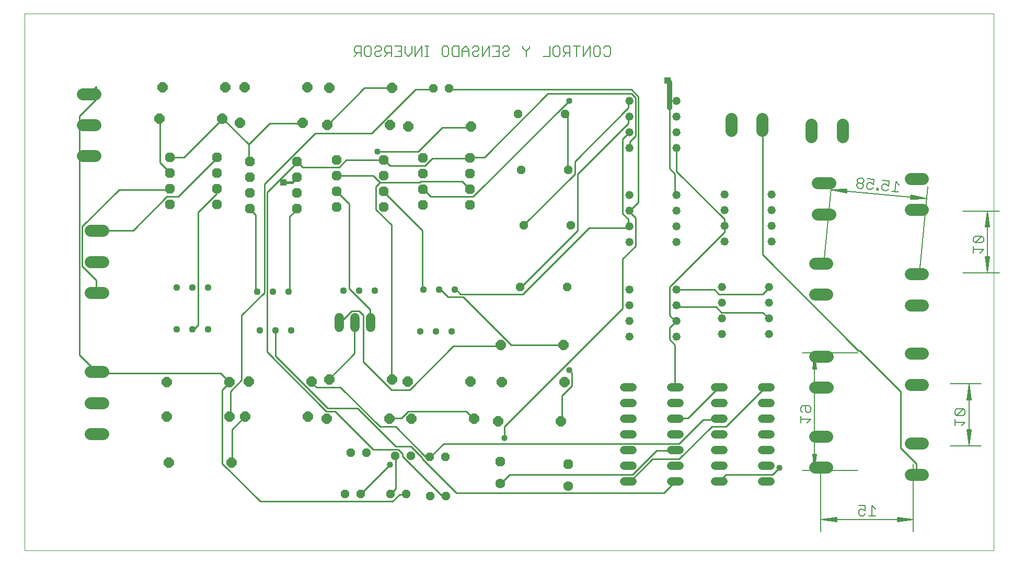
<source format=gbl>
G75*
%MOIN*%
%OFA0B0*%
%FSLAX25Y25*%
%IPPOS*%
%LPD*%
%AMOC8*
5,1,8,0,0,1.08239X$1,22.5*
%
%ADD10C,0.00000*%
%ADD11C,0.00512*%
%ADD12C,0.00600*%
%ADD13C,0.07800*%
%ADD14OC8,0.05200*%
%ADD15OC8,0.06300*%
%ADD16C,0.06300*%
%ADD17OC8,0.05600*%
%ADD18C,0.05200*%
%ADD19C,0.05200*%
%ADD20C,0.06000*%
%ADD21C,0.04400*%
%ADD22OC8,0.06496*%
%ADD23C,0.01000*%
%ADD24C,0.04000*%
%ADD25C,0.03200*%
%ADD26R,0.03962X0.03962*%
%ADD27C,0.01600*%
D10*
X0001000Y0001000D02*
X0001000Y0343520D01*
X0619110Y0343520D01*
X0619110Y0001000D01*
X0001000Y0001000D01*
D11*
X0497260Y0052181D02*
X0532496Y0052181D01*
X0508874Y0056118D02*
X0508874Y0013008D01*
X0509130Y0020685D02*
X0519110Y0019661D01*
X0519110Y0019428D02*
X0509130Y0020685D01*
X0519110Y0021709D01*
X0519110Y0021942D02*
X0519110Y0019428D01*
X0519110Y0020173D02*
X0509130Y0020685D01*
X0519110Y0021197D01*
X0519110Y0021942D02*
X0509130Y0020685D01*
X0567673Y0020685D01*
X0557693Y0019661D01*
X0557693Y0019428D02*
X0567673Y0020685D01*
X0557693Y0021709D01*
X0557693Y0021942D02*
X0557693Y0019428D01*
X0557693Y0020173D02*
X0567673Y0020685D01*
X0557693Y0021197D01*
X0557693Y0021942D02*
X0567673Y0020685D01*
X0567929Y0013008D02*
X0567929Y0056118D01*
X0591551Y0067929D02*
X0611039Y0067929D01*
X0603362Y0068185D02*
X0604386Y0078165D01*
X0604619Y0078165D02*
X0603362Y0068185D01*
X0602339Y0078165D01*
X0602105Y0078165D02*
X0604619Y0078165D01*
X0603874Y0078165D02*
X0603362Y0068185D01*
X0602850Y0078165D01*
X0602105Y0078165D02*
X0603362Y0068185D01*
X0603362Y0107043D01*
X0604386Y0097063D01*
X0604619Y0097063D02*
X0603362Y0107043D01*
X0602339Y0097063D01*
X0602105Y0097063D02*
X0604619Y0097063D01*
X0603874Y0097063D02*
X0603362Y0107043D01*
X0602850Y0097063D01*
X0602105Y0097063D02*
X0603362Y0107043D01*
X0611039Y0107299D02*
X0591551Y0107299D01*
X0532496Y0126984D02*
X0497260Y0126984D01*
X0504937Y0126728D02*
X0505961Y0116748D01*
X0506194Y0116748D02*
X0504937Y0126728D01*
X0503913Y0116748D01*
X0503680Y0116748D02*
X0506194Y0116748D01*
X0505449Y0116748D02*
X0504937Y0126728D01*
X0504425Y0116748D01*
X0503680Y0116748D02*
X0504937Y0126728D01*
X0504937Y0052437D01*
X0505961Y0062417D01*
X0506194Y0062417D02*
X0504937Y0052437D01*
X0503913Y0062417D01*
X0503680Y0062417D02*
X0506194Y0062417D01*
X0505449Y0062417D02*
X0504937Y0052437D01*
X0504425Y0062417D01*
X0503680Y0062417D02*
X0504937Y0052437D01*
X0571866Y0178165D02*
X0577088Y0233058D01*
X0576106Y0225439D02*
X0566074Y0225366D01*
X0566052Y0225133D02*
X0576106Y0225439D01*
X0566268Y0227404D01*
X0566290Y0227636D02*
X0566052Y0225133D01*
X0566122Y0225875D02*
X0576106Y0225439D01*
X0566219Y0226894D01*
X0566290Y0227636D02*
X0576106Y0225439D01*
X0515553Y0231200D01*
X0525391Y0229235D01*
X0525369Y0229003D02*
X0515553Y0231200D01*
X0525585Y0231274D01*
X0525607Y0231506D02*
X0525369Y0229003D01*
X0525440Y0229745D02*
X0515553Y0231200D01*
X0525537Y0230764D01*
X0525607Y0231506D02*
X0515553Y0231200D01*
X0516025Y0238867D02*
X0510803Y0183974D01*
X0599425Y0178165D02*
X0622850Y0178165D01*
X0615173Y0178421D02*
X0616197Y0188402D01*
X0616430Y0188402D02*
X0615173Y0178421D01*
X0614150Y0188402D01*
X0613916Y0188402D02*
X0616430Y0188402D01*
X0615685Y0188402D02*
X0615173Y0178421D01*
X0614661Y0188402D01*
X0613916Y0188402D02*
X0615173Y0178421D01*
X0615173Y0217280D01*
X0616197Y0207299D01*
X0616430Y0207299D02*
X0615173Y0217280D01*
X0614150Y0207299D01*
X0613916Y0207299D02*
X0616430Y0207299D01*
X0615685Y0207299D02*
X0615173Y0217280D01*
X0614661Y0207299D01*
X0613916Y0207299D02*
X0615173Y0217280D01*
X0622850Y0217535D02*
X0599425Y0217535D01*
D12*
X0607279Y0201563D02*
X0606211Y0200495D01*
X0606211Y0198360D01*
X0607279Y0197292D01*
X0611549Y0201563D01*
X0607279Y0201563D01*
X0611549Y0201563D02*
X0612617Y0200495D01*
X0612617Y0198360D01*
X0611549Y0197292D01*
X0607279Y0197292D01*
X0606211Y0195117D02*
X0606211Y0190847D01*
X0606211Y0192982D02*
X0612617Y0192982D01*
X0610482Y0190847D01*
X0558280Y0229708D02*
X0554028Y0230110D01*
X0556154Y0229909D02*
X0556757Y0236286D01*
X0558681Y0233960D01*
X0552164Y0233503D02*
X0550139Y0234767D01*
X0549076Y0234868D01*
X0547913Y0233905D01*
X0547712Y0231780D01*
X0548674Y0230616D01*
X0550800Y0230415D01*
X0551963Y0231378D01*
X0552164Y0233503D02*
X0552466Y0236692D01*
X0548214Y0237094D01*
X0542840Y0237602D02*
X0538589Y0238004D01*
X0539451Y0235778D02*
X0538287Y0234815D01*
X0538087Y0232690D01*
X0539049Y0231526D01*
X0541175Y0231325D01*
X0542338Y0232288D01*
X0542539Y0234413D02*
X0540514Y0235677D01*
X0539451Y0235778D01*
X0536222Y0236083D02*
X0536323Y0237146D01*
X0535361Y0238309D01*
X0533235Y0238510D01*
X0532072Y0237547D01*
X0531971Y0236485D01*
X0532933Y0235321D01*
X0535059Y0235120D01*
X0536222Y0236083D01*
X0535059Y0235120D02*
X0536021Y0233957D01*
X0535921Y0232894D01*
X0534758Y0231932D01*
X0532632Y0232133D01*
X0531670Y0233296D01*
X0531770Y0234359D01*
X0532933Y0235321D01*
X0542539Y0234413D02*
X0542840Y0237602D01*
X0544483Y0232085D02*
X0544383Y0231022D01*
X0545446Y0230922D01*
X0545546Y0231984D01*
X0544483Y0232085D01*
X0374716Y0317328D02*
X0373648Y0316261D01*
X0371513Y0316261D01*
X0370445Y0317328D01*
X0368270Y0317328D02*
X0367203Y0316261D01*
X0365068Y0316261D01*
X0364000Y0317328D01*
X0364000Y0321599D01*
X0365068Y0322666D01*
X0367203Y0322666D01*
X0368270Y0321599D01*
X0368270Y0317328D01*
X0370445Y0321599D02*
X0371513Y0322666D01*
X0373648Y0322666D01*
X0374716Y0321599D01*
X0374716Y0317328D01*
X0361825Y0316261D02*
X0361825Y0322666D01*
X0357554Y0316261D01*
X0357554Y0322666D01*
X0355379Y0322666D02*
X0351109Y0322666D01*
X0353244Y0322666D02*
X0353244Y0316261D01*
X0348934Y0316261D02*
X0348934Y0322666D01*
X0345731Y0322666D01*
X0344663Y0321599D01*
X0344663Y0319463D01*
X0345731Y0318396D01*
X0348934Y0318396D01*
X0346799Y0318396D02*
X0344663Y0316261D01*
X0342488Y0317328D02*
X0341421Y0316261D01*
X0339286Y0316261D01*
X0338218Y0317328D01*
X0338218Y0321599D01*
X0339286Y0322666D01*
X0341421Y0322666D01*
X0342488Y0321599D01*
X0342488Y0317328D01*
X0336043Y0316261D02*
X0331772Y0316261D01*
X0336043Y0316261D02*
X0336043Y0322666D01*
X0323152Y0322666D02*
X0323152Y0321599D01*
X0321017Y0319463D01*
X0321017Y0316261D01*
X0321017Y0319463D02*
X0318881Y0321599D01*
X0318881Y0322666D01*
X0310261Y0321599D02*
X0310261Y0320531D01*
X0309193Y0319463D01*
X0307058Y0319463D01*
X0305990Y0318396D01*
X0305990Y0317328D01*
X0307058Y0316261D01*
X0309193Y0316261D01*
X0310261Y0317328D01*
X0310261Y0321599D02*
X0309193Y0322666D01*
X0307058Y0322666D01*
X0305990Y0321599D01*
X0303815Y0322666D02*
X0303815Y0316261D01*
X0299545Y0316261D01*
X0297370Y0316261D02*
X0297370Y0322666D01*
X0293099Y0316261D01*
X0293099Y0322666D01*
X0290924Y0321599D02*
X0290924Y0320531D01*
X0289857Y0319463D01*
X0287722Y0319463D01*
X0286654Y0318396D01*
X0286654Y0317328D01*
X0287722Y0316261D01*
X0289857Y0316261D01*
X0290924Y0317328D01*
X0290924Y0321599D02*
X0289857Y0322666D01*
X0287722Y0322666D01*
X0286654Y0321599D01*
X0284479Y0320531D02*
X0282344Y0322666D01*
X0280208Y0320531D01*
X0280208Y0316261D01*
X0278033Y0316261D02*
X0274831Y0316261D01*
X0273763Y0317328D01*
X0273763Y0321599D01*
X0274831Y0322666D01*
X0278033Y0322666D01*
X0278033Y0316261D01*
X0280208Y0319463D02*
X0284479Y0319463D01*
X0284479Y0320531D02*
X0284479Y0316261D01*
X0271588Y0317328D02*
X0271588Y0321599D01*
X0270520Y0322666D01*
X0268385Y0322666D01*
X0267317Y0321599D01*
X0267317Y0317328D01*
X0268385Y0316261D01*
X0270520Y0316261D01*
X0271588Y0317328D01*
X0258697Y0316261D02*
X0256562Y0316261D01*
X0257629Y0316261D02*
X0257629Y0322666D01*
X0256562Y0322666D02*
X0258697Y0322666D01*
X0254400Y0322666D02*
X0250129Y0316261D01*
X0250129Y0322666D01*
X0247954Y0322666D02*
X0247954Y0318396D01*
X0245819Y0316261D01*
X0243684Y0318396D01*
X0243684Y0322666D01*
X0241509Y0322666D02*
X0241509Y0316261D01*
X0237238Y0316261D01*
X0235063Y0316261D02*
X0235063Y0322666D01*
X0231861Y0322666D01*
X0230793Y0321599D01*
X0230793Y0319463D01*
X0231861Y0318396D01*
X0235063Y0318396D01*
X0232928Y0318396D02*
X0230793Y0316261D01*
X0228618Y0317328D02*
X0227550Y0316261D01*
X0225415Y0316261D01*
X0224348Y0317328D01*
X0224348Y0318396D01*
X0225415Y0319463D01*
X0227550Y0319463D01*
X0228618Y0320531D01*
X0228618Y0321599D01*
X0227550Y0322666D01*
X0225415Y0322666D01*
X0224348Y0321599D01*
X0222172Y0321599D02*
X0222172Y0317328D01*
X0221105Y0316261D01*
X0218970Y0316261D01*
X0217902Y0317328D01*
X0217902Y0321599D01*
X0218970Y0322666D01*
X0221105Y0322666D01*
X0222172Y0321599D01*
X0215727Y0322666D02*
X0212524Y0322666D01*
X0211457Y0321599D01*
X0211457Y0319463D01*
X0212524Y0318396D01*
X0215727Y0318396D01*
X0213592Y0318396D02*
X0211457Y0316261D01*
X0215727Y0316261D02*
X0215727Y0322666D01*
X0237238Y0322666D02*
X0241509Y0322666D01*
X0241509Y0319463D02*
X0239374Y0319463D01*
X0254400Y0316261D02*
X0254400Y0322666D01*
X0299545Y0322666D02*
X0303815Y0322666D01*
X0303815Y0319463D02*
X0301680Y0319463D01*
X0497043Y0093295D02*
X0501313Y0093295D01*
X0502381Y0092227D01*
X0502381Y0090092D01*
X0501313Y0089025D01*
X0500246Y0089025D01*
X0499178Y0090092D01*
X0499178Y0093295D01*
X0497043Y0093295D02*
X0495975Y0092227D01*
X0495975Y0090092D01*
X0497043Y0089025D01*
X0495975Y0086849D02*
X0495975Y0082579D01*
X0495975Y0084714D02*
X0502381Y0084714D01*
X0500246Y0082579D01*
X0532973Y0029652D02*
X0537244Y0029652D01*
X0537244Y0026450D01*
X0535108Y0027517D01*
X0534041Y0027517D01*
X0532973Y0026450D01*
X0532973Y0024314D01*
X0534041Y0023247D01*
X0536176Y0023247D01*
X0537244Y0024314D01*
X0539419Y0023247D02*
X0543689Y0023247D01*
X0541554Y0023247D02*
X0541554Y0029652D01*
X0543689Y0027517D01*
X0594400Y0080611D02*
X0594400Y0084881D01*
X0594400Y0082746D02*
X0600806Y0082746D01*
X0598671Y0080611D01*
X0599738Y0087056D02*
X0595468Y0087056D01*
X0599738Y0091326D01*
X0595468Y0091326D01*
X0594400Y0090259D01*
X0594400Y0088124D01*
X0595468Y0087056D01*
X0599738Y0087056D02*
X0600806Y0088124D01*
X0600806Y0090259D01*
X0599738Y0091326D01*
D13*
X0573758Y0106927D02*
X0565958Y0106927D01*
X0565958Y0126727D02*
X0573758Y0126727D01*
X0573758Y0157557D02*
X0565958Y0157557D01*
X0565958Y0177357D02*
X0573758Y0177357D01*
X0512774Y0184128D02*
X0504974Y0184128D01*
X0504974Y0164328D02*
X0512774Y0164328D01*
X0513010Y0124876D02*
X0505210Y0124876D01*
X0505210Y0105076D02*
X0513010Y0105076D01*
X0512774Y0073892D02*
X0504974Y0073892D01*
X0504974Y0054092D02*
X0512774Y0054092D01*
X0565958Y0049565D02*
X0573758Y0049565D01*
X0573758Y0069365D02*
X0565958Y0069365D01*
X0514703Y0215470D02*
X0506903Y0215470D01*
X0506903Y0235270D02*
X0514703Y0235270D01*
X0522711Y0264817D02*
X0522711Y0272617D01*
X0502911Y0272617D02*
X0502911Y0264817D01*
X0471530Y0268754D02*
X0471530Y0276554D01*
X0451730Y0276554D02*
X0451730Y0268754D01*
X0565958Y0238105D02*
X0573758Y0238105D01*
X0573758Y0218305D02*
X0565958Y0218305D01*
X0050963Y0204952D02*
X0043163Y0204952D01*
X0043163Y0185252D02*
X0050963Y0185252D01*
X0050963Y0165552D02*
X0043163Y0165552D01*
X0043163Y0114952D02*
X0050963Y0114952D01*
X0050963Y0095252D02*
X0043163Y0095252D01*
X0043163Y0075552D02*
X0050963Y0075552D01*
X0045963Y0252678D02*
X0038163Y0252678D01*
X0038163Y0272378D02*
X0045963Y0272378D01*
X0045963Y0292078D02*
X0038163Y0292078D01*
D14*
X0261709Y0295685D03*
X0271709Y0295685D03*
X0219150Y0063402D03*
X0209150Y0063402D03*
X0237575Y0061276D03*
X0247575Y0061276D03*
X0259425Y0060646D03*
X0269425Y0060646D03*
X0269819Y0035843D03*
X0259819Y0035843D03*
X0244425Y0037024D03*
X0234425Y0037024D03*
X0215488Y0037024D03*
X0205488Y0037024D03*
D15*
X0304307Y0057921D03*
X0347614Y0056228D03*
X0230016Y0220252D03*
X0230016Y0230252D03*
X0230016Y0240252D03*
X0230016Y0250252D03*
X0255134Y0251433D03*
X0255134Y0241433D03*
X0255134Y0231433D03*
X0255134Y0221433D03*
X0285134Y0221433D03*
X0285134Y0231433D03*
X0285134Y0241433D03*
X0285134Y0251433D03*
X0200016Y0250252D03*
X0200016Y0240252D03*
X0200016Y0230252D03*
X0200016Y0220252D03*
X0174898Y0219071D03*
X0174898Y0229071D03*
X0174898Y0239071D03*
X0174898Y0249071D03*
X0144898Y0249071D03*
X0144898Y0239071D03*
X0144898Y0229071D03*
X0144898Y0219071D03*
X0123717Y0221827D03*
X0123717Y0231827D03*
X0123717Y0241827D03*
X0123717Y0251827D03*
X0093717Y0251827D03*
X0093717Y0241827D03*
X0093717Y0231827D03*
X0093717Y0221827D03*
D16*
X0304307Y0043921D03*
X0347614Y0042228D03*
D17*
X0347063Y0169071D03*
X0317063Y0169071D03*
X0319307Y0208441D03*
X0349307Y0208441D03*
X0347614Y0243874D03*
X0317614Y0243874D03*
X0315921Y0279307D03*
X0345921Y0279307D03*
D18*
X0383597Y0105094D02*
X0388797Y0105094D01*
X0388797Y0095094D02*
X0383597Y0095094D01*
X0383597Y0085094D02*
X0388797Y0085094D01*
X0388797Y0075094D02*
X0383597Y0075094D01*
X0383597Y0065094D02*
X0388797Y0065094D01*
X0388797Y0055094D02*
X0383597Y0055094D01*
X0383597Y0045094D02*
X0388797Y0045094D01*
X0413597Y0045094D02*
X0418797Y0045094D01*
X0418797Y0055094D02*
X0413597Y0055094D01*
X0413597Y0065094D02*
X0418797Y0065094D01*
X0418797Y0075094D02*
X0413597Y0075094D01*
X0413597Y0085094D02*
X0418797Y0085094D01*
X0418797Y0095094D02*
X0413597Y0095094D01*
X0413597Y0105094D02*
X0418797Y0105094D01*
X0441471Y0105252D02*
X0446671Y0105252D01*
X0446671Y0095252D02*
X0441471Y0095252D01*
X0441471Y0085252D02*
X0446671Y0085252D01*
X0446671Y0075252D02*
X0441471Y0075252D01*
X0441471Y0065252D02*
X0446671Y0065252D01*
X0446671Y0055252D02*
X0441471Y0055252D01*
X0441471Y0045252D02*
X0446671Y0045252D01*
X0471471Y0045252D02*
X0476671Y0045252D01*
X0476671Y0055252D02*
X0471471Y0055252D01*
X0471471Y0065252D02*
X0476671Y0065252D01*
X0476671Y0075252D02*
X0471471Y0075252D01*
X0471471Y0085252D02*
X0476671Y0085252D01*
X0476671Y0095252D02*
X0471471Y0095252D01*
X0471471Y0105252D02*
X0476671Y0105252D01*
D19*
X0475843Y0138953D03*
X0475843Y0148953D03*
X0475843Y0158953D03*
X0475843Y0168953D03*
X0445843Y0168953D03*
X0445843Y0158953D03*
X0445843Y0148953D03*
X0445843Y0138953D03*
X0416787Y0137378D03*
X0416787Y0147378D03*
X0416787Y0157378D03*
X0416787Y0167378D03*
X0386787Y0167378D03*
X0386787Y0157378D03*
X0386787Y0147378D03*
X0386787Y0137378D03*
X0386787Y0197614D03*
X0386787Y0207614D03*
X0386787Y0217614D03*
X0386787Y0227614D03*
X0416787Y0227614D03*
X0416787Y0217614D03*
X0416787Y0207614D03*
X0416787Y0197614D03*
X0447417Y0198008D03*
X0447417Y0208008D03*
X0447417Y0218008D03*
X0447417Y0228008D03*
X0477417Y0228008D03*
X0477417Y0218008D03*
X0477417Y0208008D03*
X0477417Y0198008D03*
X0416787Y0257850D03*
X0416787Y0267850D03*
X0416787Y0277850D03*
X0416787Y0287850D03*
X0386787Y0287850D03*
X0386787Y0277850D03*
X0386787Y0267850D03*
X0386787Y0257850D03*
D20*
X0221827Y0149394D02*
X0221827Y0143394D01*
X0211827Y0143394D02*
X0211827Y0149394D01*
X0201827Y0149394D02*
X0201827Y0143394D01*
D21*
X0171000Y0141433D03*
X0161000Y0141433D03*
X0151000Y0141433D03*
X0118126Y0141945D03*
X0108126Y0141945D03*
X0098126Y0141945D03*
X0098126Y0168874D03*
X0108126Y0168874D03*
X0118126Y0168874D03*
X0149307Y0166197D03*
X0159307Y0166197D03*
X0169307Y0166197D03*
X0204425Y0166827D03*
X0214425Y0166827D03*
X0224425Y0166827D03*
X0255606Y0167457D03*
X0265606Y0167457D03*
X0275606Y0167457D03*
X0273362Y0140803D03*
X0263362Y0140803D03*
X0253362Y0140803D03*
D22*
X0304819Y0132024D03*
X0305488Y0108520D03*
X0285370Y0108756D03*
X0245370Y0108756D03*
X0235370Y0110134D03*
X0195370Y0110134D03*
X0184189Y0108756D03*
X0181827Y0086512D03*
X0193795Y0085134D03*
X0233795Y0085134D03*
X0247732Y0085134D03*
X0287732Y0085134D03*
X0303244Y0083402D03*
X0343244Y0083402D03*
X0345488Y0108520D03*
X0344819Y0132024D03*
X0144189Y0108756D03*
X0131709Y0108520D03*
X0131827Y0086512D03*
X0141827Y0086512D03*
X0091827Y0086512D03*
X0091709Y0108520D03*
X0093008Y0057220D03*
X0133008Y0057220D03*
X0245882Y0271433D03*
X0234189Y0272378D03*
X0235370Y0296000D03*
X0195370Y0296000D03*
X0181433Y0296551D03*
X0178283Y0273756D03*
X0194189Y0272378D03*
X0138283Y0273756D03*
X0127102Y0276315D03*
X0129071Y0296551D03*
X0141433Y0296551D03*
X0089071Y0296551D03*
X0087102Y0276315D03*
X0285882Y0271433D03*
D23*
X0285400Y0270782D01*
X0267400Y0270782D01*
X0252100Y0255482D01*
X0226000Y0255482D01*
X0229600Y0250082D02*
X0230016Y0250252D01*
X0230500Y0250082D01*
X0234100Y0246482D01*
X0256600Y0246482D01*
X0261100Y0250982D01*
X0284500Y0250982D01*
X0285134Y0251433D01*
X0285400Y0251882D01*
X0294400Y0251882D01*
X0334900Y0292382D01*
X0388000Y0292382D01*
X0390700Y0289682D01*
X0390700Y0265382D01*
X0387100Y0261782D01*
X0387100Y0258182D01*
X0386787Y0257850D01*
X0382600Y0263582D02*
X0386200Y0267182D01*
X0386787Y0267850D01*
X0382600Y0263582D02*
X0382600Y0215882D01*
X0386200Y0212282D01*
X0386200Y0207782D01*
X0386787Y0207614D01*
X0386200Y0206882D01*
X0361000Y0206882D01*
X0318700Y0164582D01*
X0279100Y0164582D01*
X0276400Y0167282D01*
X0275606Y0167457D01*
X0271000Y0162782D02*
X0266500Y0167282D01*
X0265606Y0167457D01*
X0271000Y0162782D02*
X0280900Y0162782D01*
X0311500Y0132182D01*
X0344800Y0132182D01*
X0344819Y0132024D01*
X0348400Y0115982D02*
X0350200Y0114182D01*
X0350200Y0106082D01*
X0343900Y0099782D01*
X0343900Y0083582D01*
X0343244Y0083402D01*
X0307000Y0079982D02*
X0307000Y0072782D01*
X0307000Y0079982D02*
X0382600Y0155582D01*
X0382600Y0187082D01*
X0390700Y0195182D01*
X0390700Y0213182D01*
X0387100Y0216782D01*
X0386787Y0217614D01*
X0387100Y0217682D01*
X0392500Y0223082D01*
X0392500Y0290582D01*
X0388000Y0295082D01*
X0271900Y0295082D01*
X0271709Y0295685D01*
X0261709Y0295685D02*
X0261100Y0295082D01*
X0250300Y0295082D01*
X0222400Y0267182D01*
X0186400Y0267182D01*
X0154000Y0234782D01*
X0154000Y0165482D01*
X0139600Y0151082D01*
X0139600Y0109682D01*
X0132400Y0102482D01*
X0132400Y0087182D01*
X0131827Y0086512D01*
X0133300Y0078182D02*
X0141400Y0086282D01*
X0141827Y0086512D01*
X0133300Y0078182D02*
X0133300Y0057482D01*
X0133008Y0057220D01*
X0127000Y0056582D02*
X0127000Y0103382D01*
X0131500Y0107882D01*
X0131709Y0108520D01*
X0131500Y0108782D01*
X0126100Y0114182D01*
X0047800Y0114182D01*
X0047063Y0114952D01*
X0046900Y0115082D01*
X0036100Y0125882D01*
X0036100Y0277982D01*
X0046900Y0288782D01*
X0046900Y0296882D01*
X0042063Y0292078D01*
X0087102Y0276315D02*
X0087400Y0276182D01*
X0087400Y0248282D01*
X0093700Y0241982D01*
X0093717Y0241827D01*
X0093717Y0251827D02*
X0094600Y0251882D01*
X0102700Y0251882D01*
X0127000Y0276182D01*
X0127102Y0276315D01*
X0127900Y0276182D01*
X0144100Y0259982D01*
X0157600Y0273482D01*
X0177400Y0273482D01*
X0178283Y0273756D01*
X0194189Y0272378D02*
X0194500Y0272582D01*
X0217900Y0295982D01*
X0235000Y0295982D01*
X0235370Y0296000D01*
X0229600Y0250082D02*
X0206200Y0250082D01*
X0201700Y0245582D01*
X0178300Y0245582D01*
X0175600Y0248282D01*
X0174898Y0249071D01*
X0174700Y0248282D01*
X0155800Y0229382D01*
X0155800Y0127682D01*
X0193600Y0089882D01*
X0199000Y0089882D01*
X0223300Y0065582D01*
X0239500Y0065582D01*
X0242200Y0062882D01*
X0242200Y0061082D01*
X0267400Y0035882D01*
X0269200Y0035882D01*
X0269819Y0035843D01*
X0276400Y0037682D02*
X0408700Y0037682D01*
X0415900Y0044882D01*
X0416197Y0045094D01*
X0418600Y0059282D02*
X0401500Y0059282D01*
X0388000Y0045782D01*
X0386200Y0045782D01*
X0386197Y0045094D01*
X0388900Y0049382D02*
X0310600Y0049382D01*
X0305200Y0043982D01*
X0304307Y0043921D01*
X0276400Y0037682D02*
X0254800Y0059282D01*
X0254800Y0060182D01*
X0247600Y0067382D01*
X0237700Y0067382D01*
X0213400Y0091682D01*
X0194500Y0091682D01*
X0161200Y0124982D01*
X0161200Y0141182D01*
X0161000Y0141433D01*
X0169307Y0166197D02*
X0170200Y0166382D01*
X0170200Y0214082D01*
X0174700Y0218582D01*
X0174898Y0219071D01*
X0200016Y0230252D02*
X0200800Y0229382D01*
X0208000Y0222182D01*
X0208000Y0168182D01*
X0221500Y0154682D01*
X0221500Y0146582D01*
X0221827Y0146394D01*
X0217000Y0151082D02*
X0214300Y0153782D01*
X0209800Y0153782D01*
X0202600Y0146582D01*
X0201827Y0146394D01*
X0211600Y0145682D02*
X0211827Y0146394D01*
X0211600Y0145682D02*
X0211600Y0126782D01*
X0195400Y0110582D01*
X0195370Y0110134D01*
X0202600Y0105182D02*
X0187300Y0105182D01*
X0184600Y0107882D01*
X0184189Y0108756D01*
X0202600Y0105182D02*
X0227800Y0079982D01*
X0237700Y0079982D01*
X0256600Y0061082D01*
X0259300Y0061082D01*
X0259425Y0060646D01*
X0260200Y0061082D01*
X0268300Y0069182D01*
X0418600Y0069182D01*
X0433900Y0084482D01*
X0443800Y0084482D01*
X0444071Y0085252D01*
X0448300Y0079982D02*
X0439300Y0079982D01*
X0418600Y0059282D01*
X0415900Y0064682D02*
X0416197Y0065094D01*
X0415900Y0064682D02*
X0404200Y0064682D01*
X0388900Y0049382D01*
X0444071Y0045252D02*
X0444700Y0045782D01*
X0448300Y0049382D01*
X0478000Y0049382D01*
X0482500Y0053882D01*
X0448300Y0079982D02*
X0473500Y0105182D01*
X0474071Y0105252D01*
X0444071Y0105252D02*
X0443800Y0105182D01*
X0424000Y0085382D01*
X0416800Y0085382D01*
X0416197Y0085094D01*
X0416197Y0105094D02*
X0415900Y0105182D01*
X0415900Y0132182D01*
X0412300Y0135782D01*
X0412300Y0142982D01*
X0415900Y0146582D01*
X0416787Y0147378D01*
X0415900Y0147482D01*
X0412300Y0151082D01*
X0412300Y0169082D01*
X0447400Y0204182D01*
X0447400Y0207782D01*
X0447417Y0208008D01*
X0447400Y0208682D01*
X0447400Y0212282D01*
X0416800Y0242882D01*
X0416800Y0257282D01*
X0416787Y0257850D01*
X0412300Y0244682D02*
X0412300Y0283382D01*
X0386787Y0287850D02*
X0386200Y0286982D01*
X0386200Y0283382D01*
X0352000Y0249182D01*
X0352000Y0241082D01*
X0319600Y0208682D01*
X0319307Y0208441D01*
X0353800Y0205082D02*
X0317800Y0169082D01*
X0317063Y0169071D01*
X0353800Y0205082D02*
X0353800Y0241082D01*
X0386200Y0273482D01*
X0386200Y0277082D01*
X0386787Y0277850D01*
X0347500Y0277982D02*
X0346600Y0278882D01*
X0345921Y0279307D01*
X0347500Y0277982D02*
X0347500Y0244682D01*
X0347614Y0243874D01*
X0348400Y0287882D02*
X0287200Y0226682D01*
X0260200Y0226682D01*
X0255700Y0231182D01*
X0255134Y0231433D01*
X0253000Y0235682D02*
X0253900Y0236582D01*
X0280000Y0236582D01*
X0284500Y0232082D01*
X0285134Y0231433D01*
X0253000Y0235682D02*
X0227800Y0235682D01*
X0225100Y0232982D01*
X0225100Y0218582D01*
X0235000Y0208682D01*
X0235000Y0110582D01*
X0235370Y0110134D01*
X0235000Y0103382D02*
X0217000Y0121382D01*
X0217000Y0151082D01*
X0254800Y0168182D02*
X0255606Y0167457D01*
X0254800Y0168182D02*
X0254800Y0205082D01*
X0230500Y0229382D01*
X0230016Y0230252D01*
X0227800Y0235682D02*
X0223300Y0240182D01*
X0200800Y0240182D01*
X0200016Y0240252D01*
X0144898Y0249071D02*
X0144100Y0249182D01*
X0144100Y0259982D01*
X0123717Y0251827D02*
X0123400Y0250982D01*
X0099100Y0226682D01*
X0091900Y0226682D01*
X0070300Y0205082D01*
X0047800Y0205082D01*
X0047063Y0204952D01*
X0037900Y0207782D02*
X0061300Y0231182D01*
X0093700Y0231182D01*
X0093717Y0231827D01*
X0111700Y0216782D02*
X0123400Y0228482D01*
X0123400Y0231182D01*
X0123717Y0231827D01*
X0144898Y0219071D02*
X0145000Y0218582D01*
X0148600Y0214982D01*
X0148600Y0166382D01*
X0149307Y0166197D01*
X0111700Y0144782D02*
X0109000Y0142082D01*
X0108126Y0141945D01*
X0111700Y0144782D02*
X0111700Y0216782D01*
X0037900Y0207782D02*
X0037900Y0182582D01*
X0046900Y0173582D01*
X0046900Y0166382D01*
X0047063Y0165552D01*
X0235000Y0103382D02*
X0246700Y0103382D01*
X0274600Y0131282D01*
X0304300Y0131282D01*
X0304819Y0132024D01*
X0282700Y0089882D02*
X0245800Y0089882D01*
X0241300Y0085382D01*
X0234100Y0085382D01*
X0233795Y0085134D01*
X0237575Y0061276D02*
X0237700Y0061082D01*
X0237700Y0040382D01*
X0235000Y0037682D01*
X0234425Y0037024D01*
X0235900Y0032282D02*
X0151300Y0032282D01*
X0127000Y0056582D01*
X0215488Y0037024D02*
X0216100Y0037682D01*
X0234100Y0055682D01*
X0240400Y0036782D02*
X0235900Y0032282D01*
X0240400Y0036782D02*
X0244000Y0036782D01*
X0244425Y0037024D01*
X0287200Y0085382D02*
X0287732Y0085134D01*
X0287200Y0085382D02*
X0282700Y0089882D01*
X0416800Y0156482D02*
X0416787Y0157378D01*
X0416800Y0156482D02*
X0442000Y0156482D01*
X0445600Y0152882D01*
X0471700Y0152882D01*
X0475300Y0149282D01*
X0475843Y0148953D01*
X0471700Y0164582D02*
X0475300Y0168182D01*
X0475843Y0168953D01*
X0471700Y0164582D02*
X0443800Y0164582D01*
X0441100Y0167282D01*
X0416800Y0167282D01*
X0416787Y0167378D01*
X0471700Y0189782D02*
X0532900Y0128582D01*
X0533800Y0128582D01*
X0559900Y0102482D01*
X0559900Y0066482D01*
X0569800Y0056582D01*
X0569800Y0050282D01*
X0569858Y0049565D01*
X0471700Y0189782D02*
X0471700Y0272582D01*
X0471530Y0272654D01*
X0415900Y0241082D02*
X0412300Y0244682D01*
X0415900Y0241082D02*
X0415900Y0228482D01*
X0416787Y0227614D01*
D24*
X0348400Y0287882D03*
X0226000Y0255482D03*
X0348400Y0115982D03*
X0307000Y0072782D03*
X0234100Y0055682D03*
X0482500Y0053882D03*
D25*
X0412300Y0283382D02*
X0412300Y0299582D01*
X0411000Y0300882D01*
D26*
X0411000Y0300882D03*
X0166000Y0235882D03*
D27*
X0171709Y0235882D01*
X0174898Y0239071D01*
M02*

</source>
